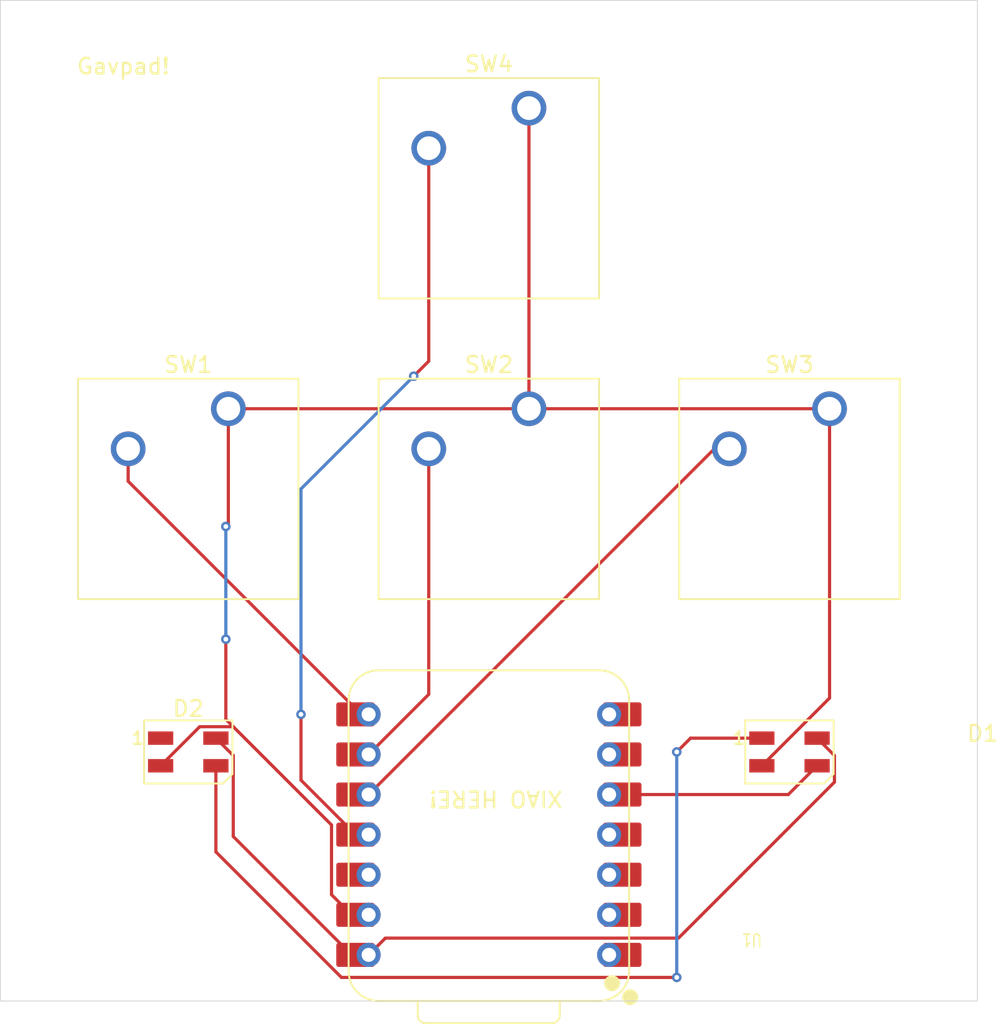
<source format=kicad_pcb>
(kicad_pcb (version 20241229) (generator "pcbnew") (generator_version "9.0")
  (layers (0 "F.Cu" signal) (2 "B.Cu" signal) (13 "F.Paste" user) (15 "B.Paste" user) (5 "F.SilkS" user "F.Silkscreen") (7 "B.SilkS" user "B.Silkscreen") (1 "F.Mask" user) (3 "B.Mask" user) (25 "Edge.Cuts" user))
  (net 0 "")
  (net 1 "Net-(D1-DIN)")
  (net 2 "GND")
  (net 3 "+5V")
  (net 4 "Net-(D1-DOUT)")
  (net 6 "Net-(U1-GPIO1{slash}RX)")
  (net 7 "Net-(U1-GPIO2{slash}SCK)")
  (net 8 "Net-(U1-GPIO4{slash}MISO)")
  (net 9 "Net-(U1-GPIO3{slash}MOSI)")
  (footprint "Button_Switch_Keyboard:SW_Cherry_MX_1.00u_PCB" (layer "F.Cu") (at 140.6525 40.16375)
    (property "Reference" "SW4" (at -2.54 -2.794 0) (layer "F.SilkS"))
    (property "Value" "SW_Push")
    (fp_line (start -9.525 -1.905) (end 4.445 -1.905) (stroke (width 0.12)) (layer "F.SilkS"))
    (fp_line (start -9.525 12.065) (end -9.525 -1.905) (stroke (width 0.12)) (layer "F.SilkS"))
    (fp_line (start 4.445 -1.905) (end 4.445 12.065) (stroke (width 0.12)) (layer "F.SilkS"))
    (fp_line (start 4.445 12.065) (end -9.525 12.065) (stroke (width 0.12)) (layer "F.SilkS"))
    (pad "" np_thru_hole circle (at -7.62 5.08) (size 1.7 1.7) (drill 1.7) (layers "*.Cu" "*.Mask"))
    (pad "" np_thru_hole circle (at -2.54 5.08) (size 4 4) (drill 4) (layers "*.Cu" "*.Mask"))
    (pad "" np_thru_hole circle (at 2.54 5.08) (size 1.7 1.7) (drill 1.7) (layers "*.Cu" "*.Mask"))
    (pad "1" thru_hole circle (at 0 0) (size 2.2 2.2) (drill 1.5) (layers "*.Cu" "*.Mask") (net 2 "GND"))
    (pad "2" thru_hole circle (at -6.35 2.54) (size 2.2 2.2) (drill 1.5) (layers "*.Cu" "*.Mask") (net 9 "Net-(U1-GPIO3{slash}MOSI)"))
  )
  (footprint "LED_SMD:LED_SK6812MINI_PLCC4_3.5x3.5mm_P1.75mm" (layer "F.Cu") (at 157.1625 80.9625)
    (property "Reference" "D1" (at 12.244 -1.167 0) (layer "F.SilkS"))
    (property "Value" "SK6812MINI")
    (fp_line (start -2.8 -2) (end -2.8 2) (stroke (width 0.12)) (layer "F.SilkS"))
    (fp_line (start -2.8 -2) (end 2.8 -2) (stroke (width 0.12)) (layer "F.SilkS"))
    (fp_line (start -2.8 2) (end 2.2 2) (stroke (width 0.12)) (layer "F.SilkS"))
    (fp_line (start 2.8 1.4) (end 2.2 2) (stroke (width 0.12)) (layer "F.SilkS"))
    (fp_line (start 2.8 1.4) (end 2.8 -2) (stroke (width 0.12)) (layer "F.SilkS"))
    (fp_text user "1" (at -3.2 -0.875 0) (layer "F.SilkS") (effects (font (size 0.8 0.8))))
    (pad "1" smd rect (at -1.75 -0.875) (size 1.6 0.85) (layers "F.Cu" "F.Mask" "F.Paste") (net 4 "Net-(D1-DOUT)"))
    (pad "2" smd rect (at -1.75 0.875) (size 1.6 0.85) (layers "F.Cu" "F.Mask" "F.Paste") (net 2 "GND"))
    (pad "3" smd rect (at 1.75 0.875) (size 1.6 0.85) (layers "F.Cu" "F.Mask" "F.Paste") (net 1 "Net-(D1-DIN)"))
    (pad "4" smd rect (at 1.75 -0.875) (size 1.6 0.85) (layers "F.Cu" "F.Mask" "F.Paste") (net 3 "+5V"))
  )
  (footprint "Button_Switch_Keyboard:SW_Cherry_MX_1.00u_PCB" (layer "F.Cu") (at 121.6025 59.21375)
    (property "Reference" "SW1" (at -2.54 -2.794 0) (layer "F.SilkS"))
    (property "Value" "SW_Push")
    (fp_line (start -9.525 -1.905) (end 4.445 -1.905) (stroke (width 0.12)) (layer "F.SilkS"))
    (fp_line (start -9.525 12.065) (end -9.525 -1.905) (stroke (width 0.12)) (layer "F.SilkS"))
    (fp_line (start 4.445 -1.905) (end 4.445 12.065) (stroke (width 0.12)) (layer "F.SilkS"))
    (fp_line (start 4.445 12.065) (end -9.525 12.065) (stroke (width 0.12)) (layer "F.SilkS"))
    (pad "" np_thru_hole circle (at -7.62 5.08) (size 1.7 1.7) (drill 1.7) (layers "*.Cu" "*.Mask"))
    (pad "" np_thru_hole circle (at -2.54 5.08) (size 4 4) (drill 4) (layers "*.Cu" "*.Mask"))
    (pad "" np_thru_hole circle (at 2.54 5.08) (size 1.7 1.7) (drill 1.7) (layers "*.Cu" "*.Mask"))
    (pad "1" thru_hole circle (at 0 0) (size 2.2 2.2) (drill 1.5) (layers "*.Cu" "*.Mask") (net 2 "GND"))
    (pad "2" thru_hole circle (at -6.35 2.54) (size 2.2 2.2) (drill 1.5) (layers "*.Cu" "*.Mask") (net 6 "Net-(U1-GPIO1{slash}RX)"))
  )
  (footprint "Button_Switch_Keyboard:SW_Cherry_MX_1.00u_PCB" (layer "F.Cu") (at 159.7025 59.21375)
    (property "Reference" "SW3" (at -2.54 -2.794 0) (layer "F.SilkS"))
    (property "Value" "SW_Push")
    (fp_line (start -9.525 -1.905) (end 4.445 -1.905) (stroke (width 0.12)) (layer "F.SilkS"))
    (fp_line (start -9.525 12.065) (end -9.525 -1.905) (stroke (width 0.12)) (layer "F.SilkS"))
    (fp_line (start 4.445 -1.905) (end 4.445 12.065) (stroke (width 0.12)) (layer "F.SilkS"))
    (fp_line (start 4.445 12.065) (end -9.525 12.065) (stroke (width 0.12)) (layer "F.SilkS"))
    (pad "" np_thru_hole circle (at -7.62 5.08) (size 1.7 1.7) (drill 1.7) (layers "*.Cu" "*.Mask"))
    (pad "" np_thru_hole circle (at -2.54 5.08) (size 4 4) (drill 4) (layers "*.Cu" "*.Mask"))
    (pad "" np_thru_hole circle (at 2.54 5.08) (size 1.7 1.7) (drill 1.7) (layers "*.Cu" "*.Mask"))
    (pad "1" thru_hole circle (at 0 0) (size 2.2 2.2) (drill 1.5) (layers "*.Cu" "*.Mask") (net 2 "GND"))
    (pad "2" thru_hole circle (at -6.35 2.54) (size 2.2 2.2) (drill 1.5) (layers "*.Cu" "*.Mask") (net 8 "Net-(U1-GPIO4{slash}MISO)"))
  )
  (footprint "LED_SMD:LED_SK6812MINI_PLCC4_3.5x3.5mm_P1.75mm" (layer "F.Cu") (at 119.0625 80.9625)
    (property "Reference" "D2" (at 0 -2.75 0) (layer "F.SilkS"))
    (property "Value" "SK6812MINI")
    (fp_line (start -2.8 -2) (end -2.8 2) (stroke (width 0.12)) (layer "F.SilkS"))
    (fp_line (start -2.8 -2) (end 2.8 -2) (stroke (width 0.12)) (layer "F.SilkS"))
    (fp_line (start -2.8 2) (end 2.2 2) (stroke (width 0.12)) (layer "F.SilkS"))
    (fp_line (start 2.8 1.4) (end 2.2 2) (stroke (width 0.12)) (layer "F.SilkS"))
    (fp_line (start 2.8 1.4) (end 2.8 -2) (stroke (width 0.12)) (layer "F.SilkS"))
    (fp_text user "1" (at -3.2 -0.875 0) (layer "F.SilkS") (effects (font (size 0.8 0.8))))
    (pad "1" smd rect (at -1.75 -0.875) (size 1.6 0.85) (layers "F.Cu" "F.Mask" "F.Paste"))
    (pad "2" smd rect (at -1.75 0.875) (size 1.6 0.85) (layers "F.Cu" "F.Mask" "F.Paste") (net 2 "GND"))
    (pad "3" smd rect (at 1.75 0.875) (size 1.6 0.85) (layers "F.Cu" "F.Mask" "F.Paste") (net 4 "Net-(D1-DOUT)"))
    (pad "4" smd rect (at 1.75 -0.875) (size 1.6 0.85) (layers "F.Cu" "F.Mask" "F.Paste") (net 3 "+5V"))
  )
  (footprint "OPL:XIAO-RP2040-DIP" (layer "F.Cu") (at 138.1125 86.20125 180)
    (property "Reference" "U1" (at -16.66875 -6.6675 180) (layer "F.SilkS") (effects (font (size 0.8 0.635) (thickness 0.1016))))
    (property "Value" "XIAO-RP2040-DIP")
    (fp_line (start 8.89 8.509) (end 8.89 -8.636) (stroke (width 0.127)) (layer "F.SilkS"))
    (fp_line (start 6.985 -10.541) (end -6.985 -10.541) (stroke (width 0.1)) (layer "F.SilkS"))
    (fp_line (start 6.985 -10.541) (end -6.985 -10.541) (stroke (width 0.127)) (layer "F.SilkS"))
    (fp_line (start 4.504 -11.451) (end 4.504 -10.541) (stroke (width 0.127)) (layer "F.SilkS"))
    (fp_line (start -3.991272 -11.951) (end 4.004 -11.951) (stroke (width 0.127)) (layer "F.SilkS"))
    (fp_line (start -4.495 -10.541) (end -4.491272 -11.451272) (stroke (width 0.127)) (layer "F.SilkS"))
    (fp_line (start -6.985 10.414) (end 6.985 10.414) (stroke (width 0.127)) (layer "F.SilkS"))
    (fp_line (start -8.89 8.509) (end -8.89 -8.636) (stroke (width 0.127)) (layer "F.SilkS"))
    (fp_arc (start 8.89 8.509) (mid 8.332038 9.856038) (end 6.985 10.414) (stroke (width 0.127)) (layer "F.SilkS"))
    (fp_arc (start 6.985 -10.541) (mid 8.332038 -9.983038) (end 8.89 -8.636) (stroke (width 0.127)) (layer "F.SilkS"))
    (fp_arc (start 4.004 -11.951) (mid 4.357553 -11.804553) (end 4.504 -11.451) (stroke (width 0.127)) (layer "F.SilkS"))
    (fp_arc (start -4.491272 -11.451272) (mid -4.344728 -11.80464) (end -3.991272 -11.951) (stroke (width 0.127)) (layer "F.SilkS"))
    (fp_arc (start -6.985 10.414) (mid -8.332038 9.856038) (end -8.89 8.509) (stroke (width 0.127)) (layer "F.SilkS"))
    (fp_arc (start -8.89 -8.636) (mid -8.332038 -9.983038) (end -6.985 -10.541) (stroke (width 0.127)) (layer "F.SilkS"))
    (fp_circle (center -7.807 -9.42) (end -7.807 -9.674) (stroke (width 0.5)) (fill yes) (layer "F.SilkS"))
    (fp_circle (center -8.95 -10.3) (end -8.95 -10.554) (stroke (width 0.5)) (fill yes) (layer "F.SilkS"))
    (pad "1" smd roundrect (at -8.455 -7.62) (size 2.432 1.524) (layers "F.Cu" "F.Mask") (roundrect_rratio 0.1))
    (pad "1" thru_hole circle (at -7.62 -7.62) (size 1.524 1.524) (drill 0.889) (layers "*.Cu" "*.Mask"))
    (pad "2" smd roundrect (at -8.455 -5.08) (size 2.432 1.524) (layers "F.Cu" "F.Mask") (roundrect_rratio 0.1))
    (pad "2" thru_hole circle (at -7.62 -5.08) (size 1.524 1.524) (drill 0.889) (layers "*.Cu" "*.Mask"))
    (pad "3" smd roundrect (at -8.455 -2.54) (size 2.432 1.524) (layers "F.Cu" "F.Mask") (roundrect_rratio 0.1))
    (pad "3" thru_hole circle (at -7.62 -2.54) (size 1.524 1.524) (drill 0.889) (layers "*.Cu" "*.Mask"))
    (pad "4" smd roundrect (at -8.455 0) (size 2.432 1.524) (layers "F.Cu" "F.Mask") (roundrect_rratio 0.1))
    (pad "4" thru_hole circle (at -7.62 0) (size 1.524 1.524) (drill 0.889) (layers "*.Cu" "*.Mask"))
    (pad "5" smd roundrect (at -8.455 2.54) (size 2.432 1.524) (layers "F.Cu" "F.Mask") (roundrect_rratio 0.1) (net 1 "Net-(D1-DIN)"))
    (pad "5" thru_hole circle (at -7.62 2.54) (size 1.524 1.524) (drill 0.889) (layers "*.Cu" "*.Mask") (net 1 "Net-(D1-DIN)"))
    (pad "6" smd roundrect (at -8.455 5.08) (size 2.432 1.524) (layers "F.Cu" "F.Mask") (roundrect_rratio 0.1))
    (pad "6" thru_hole circle (at -7.62 5.08) (size 1.524 1.524) (drill 0.889) (layers "*.Cu" "*.Mask"))
    (pad "7" smd roundrect (at -8.455 7.62) (size 2.432 1.524) (layers "F.Cu" "F.Mask") (roundrect_rratio 0.1))
    (pad "7" thru_hole circle (at -7.62 7.62) (size 1.524 1.524) (drill 0.889) (layers "*.Cu" "*.Mask"))
    (pad "8" thru_hole circle (at 7.62 7.62 180) (size 1.524 1.524) (drill 0.889) (layers "*.Cu" "*.Mask") (net 6 "Net-(U1-GPIO1{slash}RX)"))
    (pad "8" smd roundrect (at 8.455 7.62 180) (size 2.432 1.524) (layers "F.Cu" "F.Mask") (roundrect_rratio 0.1) (net 6 "Net-(U1-GPIO1{slash}RX)"))
    (pad "9" thru_hole circle (at 7.62 5.08 180) (size 1.524 1.524) (drill 0.889) (layers "*.Cu" "*.Mask") (net 7 "Net-(U1-GPIO2{slash}SCK)"))
    (pad "9" smd roundrect (at 8.455 5.08 180) (size 2.432 1.524) (layers "F.Cu" "F.Mask") (roundrect_rratio 0.1) (net 7 "Net-(U1-GPIO2{slash}SCK)"))
    (pad "10" thru_hole circle (at 7.62 2.54 180) (size 1.524 1.524) (drill 0.889) (layers "*.Cu" "*.Mask") (net 8 "Net-(U1-GPIO4{slash}MISO)"))
    (pad "10" smd roundrect (at 8.455 2.54 180) (size 2.432 1.524) (layers "F.Cu" "F.Mask") (roundrect_rratio 0.1) (net 8 "Net-(U1-GPIO4{slash}MISO)"))
    (pad "11" thru_hole circle (at 7.62 0 180) (size 1.524 1.524) (drill 0.889) (layers "*.Cu" "*.Mask") (net 9 "Net-(U1-GPIO3{slash}MOSI)"))
    (pad "11" smd roundrect (at 8.455 0 180) (size 2.432 1.524) (layers "F.Cu" "F.Mask") (roundrect_rratio 0.1) (net 9 "Net-(U1-GPIO3{slash}MOSI)"))
    (pad "12" thru_hole circle (at 7.62 -2.54 180) (size 1.524 1.524) (drill 0.889) (layers "*.Cu" "*.Mask"))
    (pad "12" smd roundrect (at 8.455 -2.54 180) (size 2.432 1.524) (layers "F.Cu" "F.Mask") (roundrect_rratio 0.1))
    (pad "13" thru_hole circle (at 7.62 -5.08 180) (size 1.524 1.524) (drill 0.889) (layers "*.Cu" "*.Mask") (net 2 "GND"))
    (pad "13" smd roundrect (at 8.455 -5.08 180) (size 2.432 1.524) (layers "F.Cu" "F.Mask") (roundrect_rratio 0.1) (net 2 "GND"))
    (pad "14" thru_hole circle (at 7.62 -7.62 180) (size 1.524 1.524) (drill 0.889) (layers "*.Cu" "*.Mask") (net 3 "+5V"))
    (pad "14" smd roundrect (at 8.455 -7.62 180) (size 2.432 1.524) (layers "F.Cu" "F.Mask") (roundrect_rratio 0.1) (net 3 "+5V"))
  )
  (footprint "Button_Switch_Keyboard:SW_Cherry_MX_1.00u_PCB" (layer "F.Cu") (at 140.6525 59.21375)
    (property "Reference" "SW2" (at -2.54 -2.794 0) (layer "F.SilkS"))
    (property "Value" "SW_Push")
    (fp_line (start -9.525 -1.905) (end 4.445 -1.905) (stroke (width 0.12)) (layer "F.SilkS"))
    (fp_line (start -9.525 12.065) (end -9.525 -1.905) (stroke (width 0.12)) (layer "F.SilkS"))
    (fp_line (start 4.445 -1.905) (end 4.445 12.065) (stroke (width 0.12)) (layer "F.SilkS"))
    (fp_line (start 4.445 12.065) (end -9.525 12.065) (stroke (width 0.12)) (layer "F.SilkS"))
    (pad "" np_thru_hole circle (at -7.62 5.08) (size 1.7 1.7) (drill 1.7) (layers "*.Cu" "*.Mask"))
    (pad "" np_thru_hole circle (at -2.54 5.08) (size 4 4) (drill 4) (layers "*.Cu" "*.Mask"))
    (pad "" np_thru_hole circle (at 2.54 5.08) (size 1.7 1.7) (drill 1.7) (layers "*.Cu" "*.Mask"))
    (pad "1" thru_hole circle (at 0 0) (size 2.2 2.2) (drill 1.5) (layers "*.Cu" "*.Mask") (net 2 "GND"))
    (pad "2" thru_hole circle (at -6.35 2.54) (size 2.2 2.2) (drill 1.5) (layers "*.Cu" "*.Mask") (net 7 "Net-(U1-GPIO2{slash}SCK)"))
  )
  (gr_rect (start 107.15625 33.3375) (end 169.06875 96.74125) (stroke (width 0.05)) (fill no) (layer "Edge.Cuts"))
  (gr_text "Gavpad!" (at 111.91875 38.1 0) (layer "F.SilkS") (effects (font (size 1 1)) (justify left bottom)))
  (gr_text "XIAO HERE!" (at 142.875 83.34375 180) (layer "F.SilkS") (effects (font (size 1 1)) (justify left bottom)))
  (segment (start 157.08875 83.66125) (end 145.7325 83.66125) (width 0.2) (layer "F.Cu") (net 1))
  (segment (start 158.9125 81.8375) (end 157.08875 83.66125) (width 0.2) (layer "F.Cu") (net 1))
  (segment (start 140.6525 59.21375) (end 140.6525 40.16375) (width 0.2) (layer "F.Cu") (net 2))
  (segment (start 159.7025 77.5475) (end 155.4125 81.8375) (width 0.2) (layer "F.Cu") (net 2))
  (segment (start 121.6025 59.21375) (end 140.6525 59.21375) (width 0.2) (layer "F.Cu") (net 2))
  (segment (start 121.9135 79.3615) (end 128.1405 85.5885) (width 0.2) (layer "F.Cu") (net 2))
  (segment (start 129.41487 91.28125) (end 130.4925 91.28125) (width 0.2) (layer "F.Cu") (net 2))
  (segment (start 121.6025 66.51625) (end 121.44375 66.675) (width 0.2) (layer "F.Cu") (net 2))
  (segment (start 117.3125 81.8375) (end 119.7885 79.3615) (width 0.2) (layer "F.Cu") (net 2))
  (segment (start 159.7025 59.21375) (end 159.7025 77.5475) (width 0.2) (layer "F.Cu") (net 2))
  (segment (start 128.1405 90.00688) (end 129.41487 91.28125) (width 0.2) (layer "F.Cu") (net 2))
  (segment (start 140.6525 59.21375) (end 159.7025 59.21375) (width 0.2) (layer "F.Cu") (net 2))
  (segment (start 119.7885 79.3615) (end 121.9135 79.3615) (width 0.2) (layer "F.Cu") (net 2))
  (segment (start 121.6025 59.21375) (end 121.6025 66.51625) (width 0.2) (layer "F.Cu") (net 2))
  (segment (start 128.1405 85.5885) (end 128.1405 90.00688) (width 0.2) (layer "F.Cu") (net 2))
  (segment (start 121.44375 73.81875) (end 121.44375 78.89175) (width 0.2) (layer "F.Cu") (net 2))
  (segment (start 121.44375 78.89175) (end 121.9135 79.3615) (width 0.2) (layer "F.Cu") (net 2))
  (via (at 121.44375 73.81875) (size 0.6) (drill 0.3) (layers "F.Cu" "B.Cu") (net 2))
  (via (at 121.44375 66.675) (size 0.6) (drill 0.3) (layers "F.Cu" "B.Cu") (net 2))
  (segment (start 121.44375 66.675) (end 121.44375 73.81875) (width 0.2) (layer "B.Cu") (net 2))
  (segment (start 160.0135 82.874) (end 150.12925 92.75825) (width 0.2) (layer "F.Cu") (net 3))
  (segment (start 150.12925 92.75825) (end 131.5555 92.75825) (width 0.2) (layer "F.Cu") (net 3))
  (segment (start 121.9135 81.1885) (end 120.8125 80.0875) (width 0.2) (layer "F.Cu") (net 3))
  (segment (start 121.9135 86.31988) (end 121.9135 81.1885) (width 0.2) (layer "F.Cu") (net 3))
  (segment (start 130.4925 93.82125) (end 129.41487 93.82125) (width 0.2) (layer "F.Cu") (net 3))
  (segment (start 158.9125 80.0875) (end 160.0135 81.1885) (width 0.2) (layer "F.Cu") (net 3))
  (segment (start 129.41487 93.82125) (end 121.9135 86.31988) (width 0.2) (layer "F.Cu") (net 3))
  (segment (start 131.5555 92.75825) (end 130.4925 93.82125) (width 0.2) (layer "F.Cu") (net 3))
  (segment (start 160.0135 81.1885) (end 160.0135 82.874) (width 0.2) (layer "F.Cu") (net 3))
  (segment (start 120.8125 80.0875) (end 120.8125 80.33125) (width 0.2) (layer "F.Cu") (net 3))
  (segment (start 150.89375 80.0875) (end 150.01875 80.9625) (width 0.2) (layer "F.Cu") (net 4))
  (segment (start 120.8125 87.294876) (end 120.8125 81.8375) (width 0.2) (layer "F.Cu") (net 4))
  (segment (start 150.01875 95.25) (end 128.767624 95.25) (width 0.2) (layer "F.Cu") (net 4))
  (segment (start 128.767624 95.25) (end 120.8125 87.294876) (width 0.2) (layer "F.Cu") (net 4))
  (segment (start 155.4125 80.0875) (end 150.89375 80.0875) (width 0.2) (layer "F.Cu") (net 4))
  (via (at 150.01875 80.9625) (size 0.6) (drill 0.3) (layers "F.Cu" "B.Cu") (net 4))
  (via (at 150.01875 95.25) (size 0.6) (drill 0.3) (layers "F.Cu" "B.Cu") (net 4))
  (segment (start 150.01875 80.9625) (end 150.01875 95.25) (width 0.2) (layer "B.Cu") (net 4))
  (segment (start 115.2525 61.75375) (end 115.2525 63.808566) (width 0.2) (layer "F.Cu") (net 6))
  (segment (start 130.025184 78.58125) (end 130.4925 78.58125) (width 0.2) (layer "F.Cu") (net 6))
  (segment (start 115.2525 63.808566) (end 130.025184 78.58125) (width 0.2) (layer "F.Cu") (net 6))
  (segment (start 134.3025 77.31125) (end 130.4925 81.12125) (width 0.2) (layer "F.Cu") (net 7))
  (segment (start 134.3025 61.75375) (end 134.3025 77.31125) (width 0.2) (layer "F.Cu") (net 7))
  (segment (start 152.4 61.75375) (end 130.4925 83.66125) (width 0.2) (layer "F.Cu") (net 8))
  (segment (start 153.3525 61.75375) (end 152.4 61.75375) (width 0.2) (layer "F.Cu") (net 8))
  (segment (start 126.20625 82.75) (end 129.6575 86.20125) (width 0.2) (layer "F.Cu") (net 9))
  (segment (start 134.3025 42.70375) (end 134.3025 56.1975) (width 0.2) (layer "F.Cu") (net 9))
  (segment (start 134.3025 56.1975) (end 133.35 57.15) (width 0.2) (layer "F.Cu") (net 9))
  (segment (start 129.6575 86.20125) (end 130.4925 86.20125) (width 0.2) (layer "F.Cu") (net 9))
  (segment (start 126.20625 78.58125) (end 126.20625 82.75) (width 0.2) (layer "F.Cu") (net 9))
  (via (at 126.20625 78.58125) (size 0.6) (drill 0.3) (layers "F.Cu" "B.Cu") (net 9))
  (via (at 133.35 57.15) (size 0.6) (drill 0.3) (layers "F.Cu" "B.Cu") (net 9))
  (segment (start 133.35 57.15) (end 126.20625 64.29375) (width 0.2) (layer "B.Cu") (net 9))
  (segment (start 126.20625 64.29375) (end 126.20625 78.58125) (width 0.2) (layer "B.Cu") (net 9))
)
</source>
